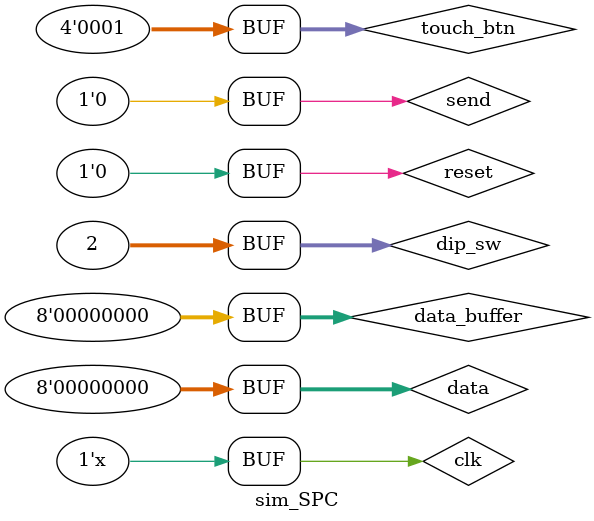
<source format=v>
`timescale 1ns / 1ps


module sim_SPC(

    );
    reg clk;
    reg reset;
    parameter HALF_CYCLE = 10;
    always #HALF_CYCLE begin
        clk = ~clk;
    end
    reg [31:0]dip_sw;
    wire txd;
    wire [15:0] leds;
    wire  rxd;
    reg [3:0] touch_btn;
    
    test_SPC CPU(
    .clk_50M(clk),           //50MHz Ê±ÖÓÊäÈë
    .reset_btn(reset),
    .dip_sw(dip_sw),
    .leds(leds),
    .touch_btn(touch_btn),
    
    .txd(txd),  //Ö±Á¬´®¿Ú·¢ËÍ¶Ë
    .rxd(rxd)  //Ö±Á¬´®¿Ú½ÓÊÕ¶Ë
    );
    reg [7:0] data, data_buffer=0;
    wire busy;
    reg start;
    reg send;
    async_transmitter #(.ClkFrequency(50000000),.Baud(9600)) //·¢ËÍÄ£¿é£¬9600ÎÞ¼ìÑéÎ»
        ext_uart_t(
            .clk(clk),                  //Íâ²¿Ê±ÖÓÐÅºÅ
            .TxD(rxd),                      //´®ÐÐÐÅºÅÊä³ö
            .TxD_busy(busy),       //·¢ËÍÆ÷Ã¦×´Ì¬Ö¸Ê¾
            .TxD_start(start),    //¿ªÊ¼·¢ËÍÐÅºÅ
            .TxD_data(data)        //´ý·¢ËÍµÄÊý¾Ý
    );
    always @(posedge clk) begin //½«WD·¢ËÍ³öÈ¥
        if(!busy&&send)begin 
//            data_buffer <= data;
            start <= 1;
        end else begin 
            start <= 0;
        end
    end
    initial begin
//        idx=1'dz;
        reset=0;
        clk=0;
        dip_sw=0;
        dip_sw[1]=1'b1;
        touch_btn=0;
        send=0;
        #5
        reset=1;
        #100
        reset=0;
        touch_btn[0]=1;
        #105
        send=1;
        data=8'h44;
        #240
        data=8'h00;
        #240
        data=8'h00;
        #240
        data=8'h00;
        #240
        data=8'h80;
        #240
        data=8'h40;
        #240
        data=8'h00;
        #240
        data=8'h00;
        #240
        send=0;
//        data=8'h44;
//        #20
//        data=8'h00;
//        #20
//        data=8'h00;
//        #20
//        data=8'h00;
//        #20
//        data=8'h80;
//        #20
//        data=8'h40;
//        #20
//        data=8'h00;
//        #20
//        data=8'h00;
//        send=0;
//        #2000
//        reset=1;
//        #100
//        reset=0;
        
    end
endmodule

</source>
